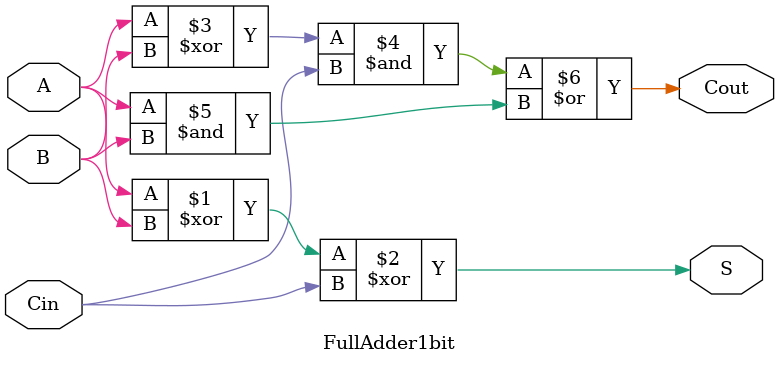
<source format=v>
`timescale 1ns / 1ps
module FullAdder1bit(
	input A,B,Cin,
	output Cout,S
	);
	
assign S = A^B^Cin;
assign Cout = ((A^B)&Cin) | (A&B); 

endmodule

</source>
